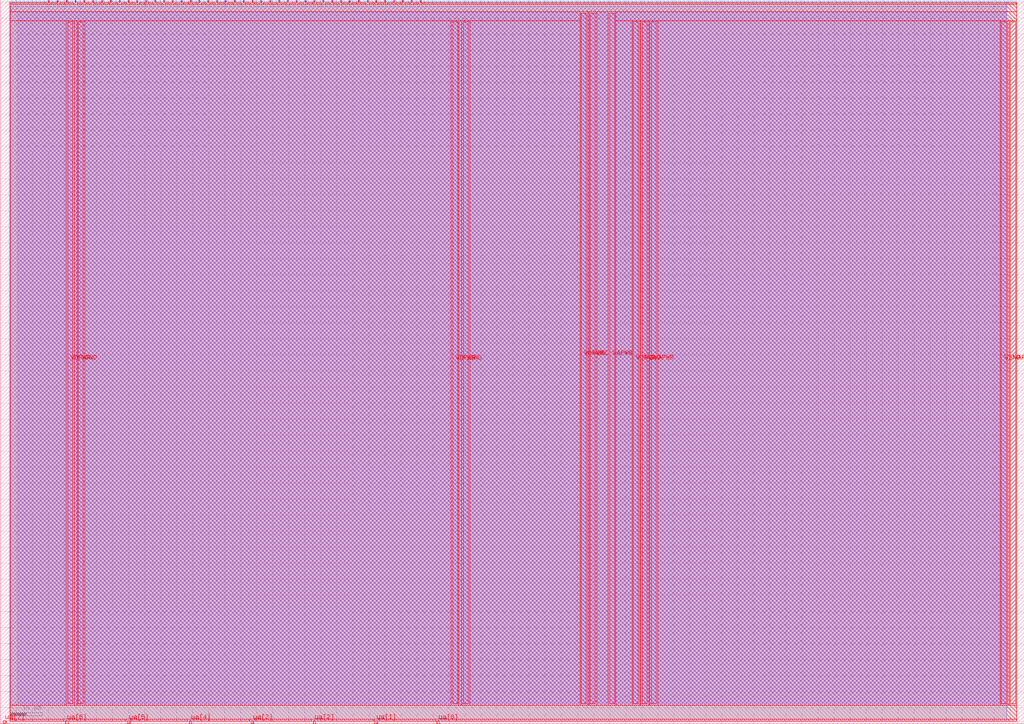
<source format=lef>
VERSION 5.7 ;
  NOWIREEXTENSIONATPIN ON ;
  DIVIDERCHAR "/" ;
  BUSBITCHARS "[]" ;
MACRO tt_um_tt08_aicd_playground
  CLASS BLOCK ;
  FOREIGN tt_um_tt08_aicd_playground ;
  ORIGIN 0.000 0.000 ;
  SIZE 319.240 BY 225.760 ;
  PIN VDPWR
    DIRECTION INOUT ;
    USE POWER ;
    PORT
      LAYER met4 ;
        RECT 181.200 6.240 182.800 221.625 ;
    END
    PORT
      LAYER met4 ;
        RECT 197.400 6.240 199.000 218.880 ;
    END
    PORT
      LAYER met4 ;
        RECT 21.040 6.240 22.640 218.880 ;
    END
    PORT
      LAYER met4 ;
        RECT 141.040 6.240 142.640 218.880 ;
    END
  END VDPWR
  PIN VGND
    DIRECTION INOUT ;
    USE GROUND ;
    PORT
      LAYER met4 ;
        RECT 184.000 6.240 185.600 221.625 ;
    END
    PORT
      LAYER met4 ;
        RECT 200.200 6.240 201.800 218.880 ;
    END
    PORT
      LAYER met4 ;
        RECT 24.340 6.240 25.940 218.880 ;
    END
    PORT
      LAYER met4 ;
        RECT 144.340 6.240 145.940 218.880 ;
    END
    PORT
      LAYER met4 ;
        RECT 312.200 6.240 313.800 218.880 ;
    END
  END VGND
  PIN VAPWR
    DIRECTION INOUT ;
    USE POWER ;
    PORT
      LAYER met4 ;
        RECT 190.000 6.240 191.600 221.625 ;
    END
    PORT
      LAYER met4 ;
        RECT 203.000 6.240 204.600 218.880 ;
    END
    PORT
      LAYER met4 ;
        RECT 315.000 6.240 316.600 218.880 ;
    END
  END VAPWR
  PIN clk
    DIRECTION INPUT ;
    USE SIGNAL ;
    ANTENNAGATEAREA 0.852000 ;
    PORT
      LAYER met4 ;
        RECT 128.190 224.760 128.490 225.760 ;
    END
  END clk
  PIN ena
    DIRECTION INPUT ;
    USE SIGNAL ;
    PORT
      LAYER met4 ;
        RECT 130.950 224.760 131.250 225.760 ;
    END
  END ena
  PIN rst_n
    DIRECTION INPUT ;
    USE SIGNAL ;
    ANTENNAGATEAREA 0.196500 ;
    PORT
      LAYER met4 ;
        RECT 125.430 224.760 125.730 225.760 ;
    END
  END rst_n
  PIN ua[0]
    DIRECTION INOUT ;
    USE SIGNAL ;
    ANTENNAGATEAREA 10.000000 ;
    PORT
      LAYER met4 ;
        RECT 136.170 0.000 137.070 1.000 ;
    END
  END ua[0]
  PIN ua[1]
    DIRECTION INOUT ;
    USE SIGNAL ;
    ANTENNAGATEAREA 10.000000 ;
    PORT
      LAYER met4 ;
        RECT 116.850 0.000 117.750 1.000 ;
    END
  END ua[1]
  PIN ua[2]
    DIRECTION INOUT ;
    USE SIGNAL ;
    PORT
      LAYER met4 ;
        RECT 97.530 0.000 98.430 1.000 ;
    END
  END ua[2]
  PIN ua[3]
    DIRECTION INOUT ;
    USE SIGNAL ;
    PORT
      LAYER met4 ;
        RECT 78.210 0.000 79.110 1.000 ;
    END
  END ua[3]
  PIN ua[4]
    DIRECTION INOUT ;
    USE SIGNAL ;
    PORT
      LAYER met4 ;
        RECT 58.890 0.000 59.790 1.000 ;
    END
  END ua[4]
  PIN ua[5]
    DIRECTION INOUT ;
    USE SIGNAL ;
    PORT
      LAYER met4 ;
        RECT 39.570 0.000 40.470 1.000 ;
    END
  END ua[5]
  PIN ua[6]
    DIRECTION INOUT ;
    USE SIGNAL ;
    PORT
      LAYER met4 ;
        RECT 20.250 0.000 21.150 1.000 ;
    END
  END ua[6]
  PIN ua[7]
    DIRECTION INOUT ;
    USE SIGNAL ;
    PORT
      LAYER met4 ;
        RECT 0.930 0.000 1.830 1.000 ;
    END
  END ua[7]
  PIN ui_in[0]
    DIRECTION INPUT ;
    USE SIGNAL ;
    ANTENNAGATEAREA 0.196500 ;
    PORT
      LAYER met4 ;
        RECT 122.670 224.760 122.970 225.760 ;
    END
  END ui_in[0]
  PIN ui_in[1]
    DIRECTION INPUT ;
    USE SIGNAL ;
    ANTENNAGATEAREA 0.631200 ;
    ANTENNADIFFAREA 0.434700 ;
    PORT
      LAYER met4 ;
        RECT 119.910 224.760 120.210 225.760 ;
    END
  END ui_in[1]
  PIN ui_in[2]
    DIRECTION INPUT ;
    USE SIGNAL ;
    ANTENNAGATEAREA 0.196500 ;
    PORT
      LAYER met4 ;
        RECT 117.150 224.760 117.450 225.760 ;
    END
  END ui_in[2]
  PIN ui_in[3]
    DIRECTION INPUT ;
    USE SIGNAL ;
    ANTENNAGATEAREA 0.631200 ;
    ANTENNADIFFAREA 0.434700 ;
    PORT
      LAYER met4 ;
        RECT 114.390 224.760 114.690 225.760 ;
    END
  END ui_in[3]
  PIN ui_in[4]
    DIRECTION INPUT ;
    USE SIGNAL ;
    ANTENNAGATEAREA 0.196500 ;
    PORT
      LAYER met4 ;
        RECT 111.630 224.760 111.930 225.760 ;
    END
  END ui_in[4]
  PIN ui_in[5]
    DIRECTION INPUT ;
    USE SIGNAL ;
    ANTENNAGATEAREA 0.196500 ;
    PORT
      LAYER met4 ;
        RECT 108.870 224.760 109.170 225.760 ;
    END
  END ui_in[5]
  PIN ui_in[6]
    DIRECTION INPUT ;
    USE SIGNAL ;
    ANTENNAGATEAREA 0.196500 ;
    PORT
      LAYER met4 ;
        RECT 106.110 224.760 106.410 225.760 ;
    END
  END ui_in[6]
  PIN ui_in[7]
    DIRECTION INPUT ;
    USE SIGNAL ;
    ANTENNAGATEAREA 0.631200 ;
    ANTENNADIFFAREA 0.434700 ;
    PORT
      LAYER met4 ;
        RECT 103.350 224.760 103.650 225.760 ;
    END
  END ui_in[7]
  PIN uio_in[0]
    DIRECTION INPUT ;
    USE SIGNAL ;
    ANTENNAGATEAREA 0.631200 ;
    ANTENNADIFFAREA 0.434700 ;
    PORT
      LAYER met4 ;
        RECT 100.590 224.760 100.890 225.760 ;
    END
  END uio_in[0]
  PIN uio_in[1]
    DIRECTION INPUT ;
    USE SIGNAL ;
    ANTENNAGATEAREA 0.196500 ;
    PORT
      LAYER met4 ;
        RECT 97.830 224.760 98.130 225.760 ;
    END
  END uio_in[1]
  PIN uio_in[2]
    DIRECTION INPUT ;
    USE SIGNAL ;
    PORT
      LAYER met4 ;
        RECT 95.070 224.760 95.370 225.760 ;
    END
  END uio_in[2]
  PIN uio_in[3]
    DIRECTION INPUT ;
    USE SIGNAL ;
    ANTENNAGATEAREA 0.196500 ;
    PORT
      LAYER met4 ;
        RECT 92.310 224.760 92.610 225.760 ;
    END
  END uio_in[3]
  PIN uio_in[4]
    DIRECTION INPUT ;
    USE SIGNAL ;
    ANTENNAGATEAREA 0.196500 ;
    PORT
      LAYER met4 ;
        RECT 89.550 224.760 89.850 225.760 ;
    END
  END uio_in[4]
  PIN uio_in[5]
    DIRECTION INPUT ;
    USE SIGNAL ;
    ANTENNAGATEAREA 0.196500 ;
    PORT
      LAYER met4 ;
        RECT 86.790 224.760 87.090 225.760 ;
    END
  END uio_in[5]
  PIN uio_in[6]
    DIRECTION INPUT ;
    USE SIGNAL ;
    PORT
      LAYER met4 ;
        RECT 84.030 224.760 84.330 225.760 ;
    END
  END uio_in[6]
  PIN uio_in[7]
    DIRECTION INPUT ;
    USE SIGNAL ;
    PORT
      LAYER met4 ;
        RECT 81.270 224.760 81.570 225.760 ;
    END
  END uio_in[7]
  PIN uio_oe[0]
    DIRECTION OUTPUT ;
    USE SIGNAL ;
    ANTENNADIFFAREA 0.445500 ;
    PORT
      LAYER met4 ;
        RECT 34.350 224.760 34.650 225.760 ;
    END
  END uio_oe[0]
  PIN uio_oe[1]
    DIRECTION OUTPUT ;
    USE SIGNAL ;
    ANTENNADIFFAREA 0.445500 ;
    PORT
      LAYER met4 ;
        RECT 31.590 224.760 31.890 225.760 ;
    END
  END uio_oe[1]
  PIN uio_oe[2]
    DIRECTION OUTPUT ;
    USE SIGNAL ;
    ANTENNADIFFAREA 0.445500 ;
    PORT
      LAYER met4 ;
        RECT 28.830 224.760 29.130 225.760 ;
    END
  END uio_oe[2]
  PIN uio_oe[3]
    DIRECTION OUTPUT ;
    USE SIGNAL ;
    ANTENNADIFFAREA 0.445500 ;
    PORT
      LAYER met4 ;
        RECT 26.070 224.760 26.370 225.760 ;
    END
  END uio_oe[3]
  PIN uio_oe[4]
    DIRECTION OUTPUT ;
    USE SIGNAL ;
    ANTENNADIFFAREA 0.445500 ;
    PORT
      LAYER met4 ;
        RECT 23.310 224.760 23.610 225.760 ;
    END
  END uio_oe[4]
  PIN uio_oe[5]
    DIRECTION OUTPUT ;
    USE SIGNAL ;
    ANTENNADIFFAREA 0.445500 ;
    PORT
      LAYER met4 ;
        RECT 20.550 224.760 20.850 225.760 ;
    END
  END uio_oe[5]
  PIN uio_oe[6]
    DIRECTION OUTPUT ;
    USE SIGNAL ;
    ANTENNADIFFAREA 0.445500 ;
    PORT
      LAYER met4 ;
        RECT 17.790 224.760 18.090 225.760 ;
    END
  END uio_oe[6]
  PIN uio_oe[7]
    DIRECTION OUTPUT ;
    USE SIGNAL ;
    ANTENNADIFFAREA 0.445500 ;
    PORT
      LAYER met4 ;
        RECT 15.030 224.760 15.330 225.760 ;
    END
  END uio_oe[7]
  PIN uio_out[0]
    DIRECTION OUTPUT ;
    USE SIGNAL ;
    ANTENNADIFFAREA 0.445500 ;
    PORT
      LAYER met4 ;
        RECT 56.430 224.760 56.730 225.760 ;
    END
  END uio_out[0]
  PIN uio_out[1]
    DIRECTION OUTPUT ;
    USE SIGNAL ;
    ANTENNADIFFAREA 0.445500 ;
    PORT
      LAYER met4 ;
        RECT 53.670 224.760 53.970 225.760 ;
    END
  END uio_out[1]
  PIN uio_out[2]
    DIRECTION OUTPUT ;
    USE SIGNAL ;
    ANTENNADIFFAREA 0.445500 ;
    PORT
      LAYER met4 ;
        RECT 50.910 224.760 51.210 225.760 ;
    END
  END uio_out[2]
  PIN uio_out[3]
    DIRECTION OUTPUT ;
    USE SIGNAL ;
    ANTENNADIFFAREA 0.445500 ;
    PORT
      LAYER met4 ;
        RECT 48.150 224.760 48.450 225.760 ;
    END
  END uio_out[3]
  PIN uio_out[4]
    DIRECTION OUTPUT ;
    USE SIGNAL ;
    ANTENNADIFFAREA 0.445500 ;
    PORT
      LAYER met4 ;
        RECT 45.390 224.760 45.690 225.760 ;
    END
  END uio_out[4]
  PIN uio_out[5]
    DIRECTION OUTPUT ;
    USE SIGNAL ;
    ANTENNADIFFAREA 0.445500 ;
    PORT
      LAYER met4 ;
        RECT 42.630 224.760 42.930 225.760 ;
    END
  END uio_out[5]
  PIN uio_out[6]
    DIRECTION OUTPUT ;
    USE SIGNAL ;
    ANTENNADIFFAREA 0.445500 ;
    PORT
      LAYER met4 ;
        RECT 39.870 224.760 40.170 225.760 ;
    END
  END uio_out[6]
  PIN uio_out[7]
    DIRECTION OUTPUT ;
    USE SIGNAL ;
    ANTENNADIFFAREA 0.445500 ;
    PORT
      LAYER met4 ;
        RECT 37.110 224.760 37.410 225.760 ;
    END
  END uio_out[7]
  PIN uo_out[0]
    DIRECTION OUTPUT ;
    USE SIGNAL ;
    ANTENNADIFFAREA 0.445500 ;
    PORT
      LAYER met4 ;
        RECT 78.510 224.760 78.810 225.760 ;
    END
  END uo_out[0]
  PIN uo_out[1]
    DIRECTION OUTPUT ;
    USE SIGNAL ;
    ANTENNADIFFAREA 0.445500 ;
    PORT
      LAYER met4 ;
        RECT 75.750 224.760 76.050 225.760 ;
    END
  END uo_out[1]
  PIN uo_out[2]
    DIRECTION OUTPUT ;
    USE SIGNAL ;
    ANTENNADIFFAREA 0.445500 ;
    PORT
      LAYER met4 ;
        RECT 72.990 224.760 73.290 225.760 ;
    END
  END uo_out[2]
  PIN uo_out[3]
    DIRECTION OUTPUT ;
    USE SIGNAL ;
    ANTENNADIFFAREA 0.445500 ;
    PORT
      LAYER met4 ;
        RECT 70.230 224.760 70.530 225.760 ;
    END
  END uo_out[3]
  PIN uo_out[4]
    DIRECTION OUTPUT ;
    USE SIGNAL ;
    ANTENNADIFFAREA 0.445500 ;
    PORT
      LAYER met4 ;
        RECT 67.470 224.760 67.770 225.760 ;
    END
  END uo_out[4]
  PIN uo_out[5]
    DIRECTION OUTPUT ;
    USE SIGNAL ;
    ANTENNADIFFAREA 0.445500 ;
    PORT
      LAYER met4 ;
        RECT 64.710 224.760 65.010 225.760 ;
    END
  END uo_out[5]
  PIN uo_out[6]
    DIRECTION OUTPUT ;
    USE SIGNAL ;
    ANTENNADIFFAREA 0.445500 ;
    PORT
      LAYER met4 ;
        RECT 61.950 224.760 62.250 225.760 ;
    END
  END uo_out[6]
  PIN uo_out[7]
    DIRECTION OUTPUT ;
    USE SIGNAL ;
    ANTENNADIFFAREA 0.445500 ;
    PORT
      LAYER met4 ;
        RECT 59.190 224.760 59.490 225.760 ;
    END
  END uo_out[7]
  OBS
      LAYER li1 ;
        RECT 5.520 6.395 313.800 222.085 ;
      LAYER met1 ;
        RECT 3.290 5.840 313.800 223.700 ;
      LAYER met2 ;
        RECT 2.850 0.770 313.800 225.285 ;
      LAYER met3 ;
        RECT 2.825 0.770 317.025 225.265 ;
      LAYER met4 ;
        RECT 3.055 224.360 14.630 224.760 ;
        RECT 15.730 224.360 17.390 224.760 ;
        RECT 18.490 224.360 20.150 224.760 ;
        RECT 21.250 224.360 22.910 224.760 ;
        RECT 24.010 224.360 25.670 224.760 ;
        RECT 26.770 224.360 28.430 224.760 ;
        RECT 29.530 224.360 31.190 224.760 ;
        RECT 32.290 224.360 33.950 224.760 ;
        RECT 35.050 224.360 36.710 224.760 ;
        RECT 37.810 224.360 39.470 224.760 ;
        RECT 40.570 224.360 42.230 224.760 ;
        RECT 43.330 224.360 44.990 224.760 ;
        RECT 46.090 224.360 47.750 224.760 ;
        RECT 48.850 224.360 50.510 224.760 ;
        RECT 51.610 224.360 53.270 224.760 ;
        RECT 54.370 224.360 56.030 224.760 ;
        RECT 57.130 224.360 58.790 224.760 ;
        RECT 59.890 224.360 61.550 224.760 ;
        RECT 62.650 224.360 64.310 224.760 ;
        RECT 65.410 224.360 67.070 224.760 ;
        RECT 68.170 224.360 69.830 224.760 ;
        RECT 70.930 224.360 72.590 224.760 ;
        RECT 73.690 224.360 75.350 224.760 ;
        RECT 76.450 224.360 78.110 224.760 ;
        RECT 79.210 224.360 80.870 224.760 ;
        RECT 81.970 224.360 83.630 224.760 ;
        RECT 84.730 224.360 86.390 224.760 ;
        RECT 87.490 224.360 89.150 224.760 ;
        RECT 90.250 224.360 91.910 224.760 ;
        RECT 93.010 224.360 94.670 224.760 ;
        RECT 95.770 224.360 97.430 224.760 ;
        RECT 98.530 224.360 100.190 224.760 ;
        RECT 101.290 224.360 102.950 224.760 ;
        RECT 104.050 224.360 105.710 224.760 ;
        RECT 106.810 224.360 108.470 224.760 ;
        RECT 109.570 224.360 111.230 224.760 ;
        RECT 112.330 224.360 113.990 224.760 ;
        RECT 115.090 224.360 116.750 224.760 ;
        RECT 117.850 224.360 119.510 224.760 ;
        RECT 120.610 224.360 122.270 224.760 ;
        RECT 123.370 224.360 125.030 224.760 ;
        RECT 126.130 224.360 127.790 224.760 ;
        RECT 128.890 224.360 130.550 224.760 ;
        RECT 131.650 224.360 317.025 224.760 ;
        RECT 3.055 222.025 317.025 224.360 ;
        RECT 3.055 219.280 180.800 222.025 ;
        RECT 3.055 5.840 20.640 219.280 ;
        RECT 23.040 5.840 23.940 219.280 ;
        RECT 26.340 5.840 140.640 219.280 ;
        RECT 143.040 5.840 143.940 219.280 ;
        RECT 146.340 5.840 180.800 219.280 ;
        RECT 183.200 5.840 183.600 222.025 ;
        RECT 186.000 5.840 189.600 222.025 ;
        RECT 192.000 219.280 317.025 222.025 ;
        RECT 192.000 5.840 197.000 219.280 ;
        RECT 199.400 5.840 199.800 219.280 ;
        RECT 202.200 5.840 202.600 219.280 ;
        RECT 205.000 5.840 311.800 219.280 ;
        RECT 314.200 5.840 314.600 219.280 ;
        RECT 317.000 5.840 317.025 219.280 ;
        RECT 3.055 1.400 317.025 5.840 ;
        RECT 3.055 0.770 19.850 1.400 ;
        RECT 21.550 0.770 39.170 1.400 ;
        RECT 40.870 0.770 58.490 1.400 ;
        RECT 60.190 0.770 77.810 1.400 ;
        RECT 79.510 0.770 97.130 1.400 ;
        RECT 98.830 0.770 116.450 1.400 ;
        RECT 118.150 0.770 135.770 1.400 ;
        RECT 137.470 0.770 317.025 1.400 ;
  END
END tt_um_tt08_aicd_playground
END LIBRARY


</source>
